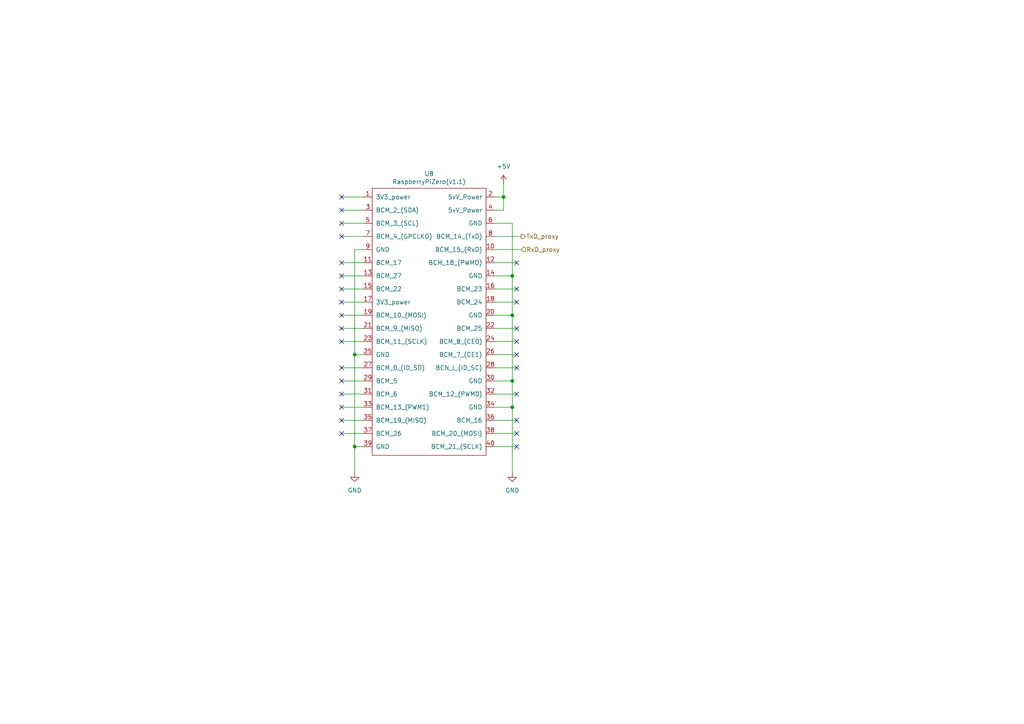
<source format=kicad_sch>
(kicad_sch
	(version 20231120)
	(generator "eeschema")
	(generator_version "8.0")
	(uuid "9f12411c-8ff1-43f2-ab0b-5d143ad78516")
	(paper "A4")
	(lib_symbols
		(symbol "SilverSat_symbols:RaspberryPiZero(v1.1)"
			(pin_names
				(offset 1.016)
			)
			(exclude_from_sim no)
			(in_bom yes)
			(on_board yes)
			(property "Reference" "U1"
				(at 3.81 1.651 0)
				(effects
					(font
						(size 1.27 1.27)
					)
				)
			)
			(property "Value" "RaspberryPiZero(v1.1)"
				(at 3.81 -0.6604 0)
				(effects
					(font
						(size 1.27 1.27)
					)
				)
			)
			(property "Footprint" "Module:Raspberry_Pi_Zero_Socketed_THT_FaceDown_MountingHoles"
				(at 0 0 0)
				(effects
					(font
						(size 1.27 1.27)
					)
					(hide yes)
				)
			)
			(property "Datasheet" ""
				(at 0 0 0)
				(effects
					(font
						(size 1.27 1.27)
					)
					(hide yes)
				)
			)
			(property "Description" ""
				(at 0 0 0)
				(effects
					(font
						(size 1.27 1.27)
					)
					(hide yes)
				)
			)
			(symbol "RaspberryPiZero(v1.1)_0_1"
				(rectangle
					(start -12.7 -2.54)
					(end 20.32 -80.01)
					(stroke
						(width 0)
						(type default)
					)
					(fill
						(type none)
					)
				)
			)
			(symbol "RaspberryPiZero(v1.1)_1_1"
				(pin input line
					(at -15.24 -5.08 0)
					(length 2.54)
					(name "3V3_power"
						(effects
							(font
								(size 1.27 1.27)
							)
						)
					)
					(number "1"
						(effects
							(font
								(size 1.27 1.27)
							)
						)
					)
				)
				(pin input line
					(at 22.86 -20.32 180)
					(length 2.54)
					(name "BCM_15_(RxD)"
						(effects
							(font
								(size 1.27 1.27)
							)
						)
					)
					(number "10"
						(effects
							(font
								(size 1.27 1.27)
							)
						)
					)
				)
				(pin input line
					(at -15.24 -24.13 0)
					(length 2.54)
					(name "BCM_17"
						(effects
							(font
								(size 1.27 1.27)
							)
						)
					)
					(number "11"
						(effects
							(font
								(size 1.27 1.27)
							)
						)
					)
				)
				(pin input line
					(at 22.86 -24.13 180)
					(length 2.54)
					(name "BCM_18_(PWMO)"
						(effects
							(font
								(size 1.27 1.27)
							)
						)
					)
					(number "12"
						(effects
							(font
								(size 1.27 1.27)
							)
						)
					)
				)
				(pin input line
					(at -15.24 -27.94 0)
					(length 2.54)
					(name "BCM_27"
						(effects
							(font
								(size 1.27 1.27)
							)
						)
					)
					(number "13"
						(effects
							(font
								(size 1.27 1.27)
							)
						)
					)
				)
				(pin input line
					(at 22.86 -27.94 180)
					(length 2.54)
					(name "GND"
						(effects
							(font
								(size 1.27 1.27)
							)
						)
					)
					(number "14"
						(effects
							(font
								(size 1.27 1.27)
							)
						)
					)
				)
				(pin input line
					(at -15.24 -31.75 0)
					(length 2.54)
					(name "BCM_22"
						(effects
							(font
								(size 1.27 1.27)
							)
						)
					)
					(number "15"
						(effects
							(font
								(size 1.27 1.27)
							)
						)
					)
				)
				(pin input line
					(at 22.86 -31.75 180)
					(length 2.54)
					(name "BCM_23"
						(effects
							(font
								(size 1.27 1.27)
							)
						)
					)
					(number "16"
						(effects
							(font
								(size 1.27 1.27)
							)
						)
					)
				)
				(pin input line
					(at -15.24 -35.56 0)
					(length 2.54)
					(name "3V3_power"
						(effects
							(font
								(size 1.27 1.27)
							)
						)
					)
					(number "17"
						(effects
							(font
								(size 1.27 1.27)
							)
						)
					)
				)
				(pin input line
					(at 22.86 -35.56 180)
					(length 2.54)
					(name "BCM_24"
						(effects
							(font
								(size 1.27 1.27)
							)
						)
					)
					(number "18"
						(effects
							(font
								(size 1.27 1.27)
							)
						)
					)
				)
				(pin input line
					(at -15.24 -39.37 0)
					(length 2.54)
					(name "BCM_10_(MOSI)"
						(effects
							(font
								(size 1.27 1.27)
							)
						)
					)
					(number "19"
						(effects
							(font
								(size 1.27 1.27)
							)
						)
					)
				)
				(pin input line
					(at 22.86 -5.08 180)
					(length 2.54)
					(name "5vV_Power"
						(effects
							(font
								(size 1.27 1.27)
							)
						)
					)
					(number "2"
						(effects
							(font
								(size 1.27 1.27)
							)
						)
					)
				)
				(pin input line
					(at 22.86 -39.37 180)
					(length 2.54)
					(name "GND"
						(effects
							(font
								(size 1.27 1.27)
							)
						)
					)
					(number "20"
						(effects
							(font
								(size 1.27 1.27)
							)
						)
					)
				)
				(pin input line
					(at -15.24 -43.18 0)
					(length 2.54)
					(name "BCM_9_(MISO)"
						(effects
							(font
								(size 1.27 1.27)
							)
						)
					)
					(number "21"
						(effects
							(font
								(size 1.27 1.27)
							)
						)
					)
				)
				(pin input line
					(at 22.86 -43.18 180)
					(length 2.54)
					(name "BCM_25"
						(effects
							(font
								(size 1.27 1.27)
							)
						)
					)
					(number "22"
						(effects
							(font
								(size 1.27 1.27)
							)
						)
					)
				)
				(pin input line
					(at -15.24 -46.99 0)
					(length 2.54)
					(name "BCM_11_(SCLK)"
						(effects
							(font
								(size 1.27 1.27)
							)
						)
					)
					(number "23"
						(effects
							(font
								(size 1.27 1.27)
							)
						)
					)
				)
				(pin input line
					(at 22.86 -46.99 180)
					(length 2.54)
					(name "BCM_8_(CE0)"
						(effects
							(font
								(size 1.27 1.27)
							)
						)
					)
					(number "24"
						(effects
							(font
								(size 1.27 1.27)
							)
						)
					)
				)
				(pin input line
					(at -15.24 -50.8 0)
					(length 2.54)
					(name "GND"
						(effects
							(font
								(size 1.27 1.27)
							)
						)
					)
					(number "25"
						(effects
							(font
								(size 1.27 1.27)
							)
						)
					)
				)
				(pin input line
					(at 22.86 -50.8 180)
					(length 2.54)
					(name "BCM_7_(CE1)"
						(effects
							(font
								(size 1.27 1.27)
							)
						)
					)
					(number "26"
						(effects
							(font
								(size 1.27 1.27)
							)
						)
					)
				)
				(pin input line
					(at -15.24 -54.61 0)
					(length 2.54)
					(name "BCM_0_(ID_SD)"
						(effects
							(font
								(size 1.27 1.27)
							)
						)
					)
					(number "27"
						(effects
							(font
								(size 1.27 1.27)
							)
						)
					)
				)
				(pin input line
					(at 22.86 -54.61 180)
					(length 2.54)
					(name "BCN_l_(ID_SC)"
						(effects
							(font
								(size 1.27 1.27)
							)
						)
					)
					(number "28"
						(effects
							(font
								(size 1.27 1.27)
							)
						)
					)
				)
				(pin input line
					(at -15.24 -58.42 0)
					(length 2.54)
					(name "BCM_5"
						(effects
							(font
								(size 1.27 1.27)
							)
						)
					)
					(number "29"
						(effects
							(font
								(size 1.27 1.27)
							)
						)
					)
				)
				(pin input line
					(at -15.24 -8.89 0)
					(length 2.54)
					(name "BCM_2_(SDA)"
						(effects
							(font
								(size 1.27 1.27)
							)
						)
					)
					(number "3"
						(effects
							(font
								(size 1.27 1.27)
							)
						)
					)
				)
				(pin input line
					(at 22.86 -58.42 180)
					(length 2.54)
					(name "GND"
						(effects
							(font
								(size 1.27 1.27)
							)
						)
					)
					(number "30"
						(effects
							(font
								(size 1.27 1.27)
							)
						)
					)
				)
				(pin input line
					(at -15.24 -62.23 0)
					(length 2.54)
					(name "BCM_6"
						(effects
							(font
								(size 1.27 1.27)
							)
						)
					)
					(number "31"
						(effects
							(font
								(size 1.27 1.27)
							)
						)
					)
				)
				(pin input line
					(at 22.86 -62.23 180)
					(length 2.54)
					(name "BCM_12_(PWM0)"
						(effects
							(font
								(size 1.27 1.27)
							)
						)
					)
					(number "32"
						(effects
							(font
								(size 1.27 1.27)
							)
						)
					)
				)
				(pin input line
					(at -15.24 -66.04 0)
					(length 2.54)
					(name "BCM_13_(PWM1)"
						(effects
							(font
								(size 1.27 1.27)
							)
						)
					)
					(number "33"
						(effects
							(font
								(size 1.27 1.27)
							)
						)
					)
				)
				(pin input line
					(at 22.86 -66.04 180)
					(length 2.54)
					(name "GND"
						(effects
							(font
								(size 1.27 1.27)
							)
						)
					)
					(number "34"
						(effects
							(font
								(size 1.27 1.27)
							)
						)
					)
				)
				(pin input line
					(at -15.24 -69.85 0)
					(length 2.54)
					(name "BCM_19_(MISO)"
						(effects
							(font
								(size 1.27 1.27)
							)
						)
					)
					(number "35"
						(effects
							(font
								(size 1.27 1.27)
							)
						)
					)
				)
				(pin input line
					(at 22.86 -69.85 180)
					(length 2.54)
					(name "BCM_16"
						(effects
							(font
								(size 1.27 1.27)
							)
						)
					)
					(number "36"
						(effects
							(font
								(size 1.27 1.27)
							)
						)
					)
				)
				(pin input line
					(at -15.24 -73.66 0)
					(length 2.54)
					(name "BCM_26"
						(effects
							(font
								(size 1.27 1.27)
							)
						)
					)
					(number "37"
						(effects
							(font
								(size 1.27 1.27)
							)
						)
					)
				)
				(pin input line
					(at 22.86 -73.66 180)
					(length 2.54)
					(name "BCM_20_(MOSI)"
						(effects
							(font
								(size 1.27 1.27)
							)
						)
					)
					(number "38"
						(effects
							(font
								(size 1.27 1.27)
							)
						)
					)
				)
				(pin input line
					(at -15.24 -77.47 0)
					(length 2.54)
					(name "GND"
						(effects
							(font
								(size 1.27 1.27)
							)
						)
					)
					(number "39"
						(effects
							(font
								(size 1.27 1.27)
							)
						)
					)
				)
				(pin input line
					(at 22.86 -8.89 180)
					(length 2.54)
					(name "5vV_Power"
						(effects
							(font
								(size 1.27 1.27)
							)
						)
					)
					(number "4"
						(effects
							(font
								(size 1.27 1.27)
							)
						)
					)
				)
				(pin input line
					(at 22.86 -77.47 180)
					(length 2.54)
					(name "BCM_21_(SCLK)"
						(effects
							(font
								(size 1.27 1.27)
							)
						)
					)
					(number "40"
						(effects
							(font
								(size 1.27 1.27)
							)
						)
					)
				)
				(pin input line
					(at -15.24 -12.7 0)
					(length 2.54)
					(name "BCM_3_(SCL)"
						(effects
							(font
								(size 1.27 1.27)
							)
						)
					)
					(number "5"
						(effects
							(font
								(size 1.27 1.27)
							)
						)
					)
				)
				(pin input line
					(at 22.86 -12.7 180)
					(length 2.54)
					(name "GND"
						(effects
							(font
								(size 1.27 1.27)
							)
						)
					)
					(number "6"
						(effects
							(font
								(size 1.27 1.27)
							)
						)
					)
				)
				(pin input line
					(at -15.24 -16.51 0)
					(length 2.54)
					(name "BCM_4_(GPCLKO)"
						(effects
							(font
								(size 1.27 1.27)
							)
						)
					)
					(number "7"
						(effects
							(font
								(size 1.27 1.27)
							)
						)
					)
				)
				(pin input line
					(at 22.86 -16.51 180)
					(length 2.54)
					(name "BCM_14_(TxD)"
						(effects
							(font
								(size 1.27 1.27)
							)
						)
					)
					(number "8"
						(effects
							(font
								(size 1.27 1.27)
							)
						)
					)
				)
				(pin input line
					(at -15.24 -20.32 0)
					(length 2.54)
					(name "GND"
						(effects
							(font
								(size 1.27 1.27)
							)
						)
					)
					(number "9"
						(effects
							(font
								(size 1.27 1.27)
							)
						)
					)
				)
			)
		)
		(symbol "power:+5V"
			(power)
			(pin_numbers hide)
			(pin_names
				(offset 0) hide)
			(exclude_from_sim no)
			(in_bom yes)
			(on_board yes)
			(property "Reference" "#PWR"
				(at 0 -3.81 0)
				(effects
					(font
						(size 1.27 1.27)
					)
					(hide yes)
				)
			)
			(property "Value" "+5V"
				(at 0 3.556 0)
				(effects
					(font
						(size 1.27 1.27)
					)
				)
			)
			(property "Footprint" ""
				(at 0 0 0)
				(effects
					(font
						(size 1.27 1.27)
					)
					(hide yes)
				)
			)
			(property "Datasheet" ""
				(at 0 0 0)
				(effects
					(font
						(size 1.27 1.27)
					)
					(hide yes)
				)
			)
			(property "Description" "Power symbol creates a global label with name \"+5V\""
				(at 0 0 0)
				(effects
					(font
						(size 1.27 1.27)
					)
					(hide yes)
				)
			)
			(property "ki_keywords" "global power"
				(at 0 0 0)
				(effects
					(font
						(size 1.27 1.27)
					)
					(hide yes)
				)
			)
			(symbol "+5V_0_1"
				(polyline
					(pts
						(xy -0.762 1.27) (xy 0 2.54)
					)
					(stroke
						(width 0)
						(type default)
					)
					(fill
						(type none)
					)
				)
				(polyline
					(pts
						(xy 0 0) (xy 0 2.54)
					)
					(stroke
						(width 0)
						(type default)
					)
					(fill
						(type none)
					)
				)
				(polyline
					(pts
						(xy 0 2.54) (xy 0.762 1.27)
					)
					(stroke
						(width 0)
						(type default)
					)
					(fill
						(type none)
					)
				)
			)
			(symbol "+5V_1_1"
				(pin power_in line
					(at 0 0 90)
					(length 0)
					(name "~"
						(effects
							(font
								(size 1.27 1.27)
							)
						)
					)
					(number "1"
						(effects
							(font
								(size 1.27 1.27)
							)
						)
					)
				)
			)
		)
		(symbol "power:GND"
			(power)
			(pin_numbers hide)
			(pin_names
				(offset 0) hide)
			(exclude_from_sim no)
			(in_bom yes)
			(on_board yes)
			(property "Reference" "#PWR"
				(at 0 -6.35 0)
				(effects
					(font
						(size 1.27 1.27)
					)
					(hide yes)
				)
			)
			(property "Value" "GND"
				(at 0 -3.81 0)
				(effects
					(font
						(size 1.27 1.27)
					)
				)
			)
			(property "Footprint" ""
				(at 0 0 0)
				(effects
					(font
						(size 1.27 1.27)
					)
					(hide yes)
				)
			)
			(property "Datasheet" ""
				(at 0 0 0)
				(effects
					(font
						(size 1.27 1.27)
					)
					(hide yes)
				)
			)
			(property "Description" "Power symbol creates a global label with name \"GND\" , ground"
				(at 0 0 0)
				(effects
					(font
						(size 1.27 1.27)
					)
					(hide yes)
				)
			)
			(property "ki_keywords" "global power"
				(at 0 0 0)
				(effects
					(font
						(size 1.27 1.27)
					)
					(hide yes)
				)
			)
			(symbol "GND_0_1"
				(polyline
					(pts
						(xy 0 0) (xy 0 -1.27) (xy 1.27 -1.27) (xy 0 -2.54) (xy -1.27 -1.27) (xy 0 -1.27)
					)
					(stroke
						(width 0)
						(type default)
					)
					(fill
						(type none)
					)
				)
			)
			(symbol "GND_1_1"
				(pin power_in line
					(at 0 0 270)
					(length 0)
					(name "~"
						(effects
							(font
								(size 1.27 1.27)
							)
						)
					)
					(number "1"
						(effects
							(font
								(size 1.27 1.27)
							)
						)
					)
				)
			)
		)
	)
	(junction
		(at 102.87 129.54)
		(diameter 0)
		(color 0 0 0 0)
		(uuid "1e45414b-39cb-4cb4-a076-6e9fcd7748d3")
	)
	(junction
		(at 148.59 118.11)
		(diameter 0)
		(color 0 0 0 0)
		(uuid "8a998ba4-3680-408a-ae58-096c2541ce28")
	)
	(junction
		(at 146.05 57.15)
		(diameter 0)
		(color 0 0 0 0)
		(uuid "94f3b0df-6927-4a50-b671-b95f73c502d2")
	)
	(junction
		(at 148.59 110.49)
		(diameter 0)
		(color 0 0 0 0)
		(uuid "d10e616a-c7d1-45f9-ba81-3d9d384b5761")
	)
	(junction
		(at 148.59 91.44)
		(diameter 0)
		(color 0 0 0 0)
		(uuid "d9fd9141-4588-4f7a-95ed-e5ec903ce22c")
	)
	(junction
		(at 148.59 80.01)
		(diameter 0)
		(color 0 0 0 0)
		(uuid "ea7615e8-4f27-4eff-bd78-850e9ffaab30")
	)
	(junction
		(at 102.87 102.87)
		(diameter 0)
		(color 0 0 0 0)
		(uuid "f0d3ea0f-731d-432d-b024-82dda15a16ca")
	)
	(no_connect
		(at 149.86 129.54)
		(uuid "02f5d7e6-708f-4de8-bd2d-4994b37c6aab")
	)
	(no_connect
		(at 149.86 114.3)
		(uuid "0f5917cb-7ac1-4128-92c4-26b1623bde7e")
	)
	(no_connect
		(at 149.86 83.82)
		(uuid "0fe9cfea-822b-4113-92f9-cd5bbdda8565")
	)
	(no_connect
		(at 149.86 121.92)
		(uuid "23a2bc06-c1f7-4285-b2c1-88a7c525ef88")
	)
	(no_connect
		(at 149.86 76.2)
		(uuid "286f3071-bdac-4879-8589-d983f1641e5c")
	)
	(no_connect
		(at 149.86 106.68)
		(uuid "2be6e399-d52c-4cc9-9e4b-79787a187462")
	)
	(no_connect
		(at 99.06 57.15)
		(uuid "2de1ccde-2748-4727-a04a-a61196bfd109")
	)
	(no_connect
		(at 99.06 121.92)
		(uuid "4b4f97ec-0b49-4f01-bc3c-ca96a38db49e")
	)
	(no_connect
		(at 149.86 102.87)
		(uuid "4be85d4c-bed8-4414-b7b2-37c052f0dacf")
	)
	(no_connect
		(at 149.86 99.06)
		(uuid "4ff67dd2-4bf3-4394-8247-d8a9e617af28")
	)
	(no_connect
		(at 99.06 106.68)
		(uuid "5ceb2a74-494e-439d-9f32-7f6a59de6965")
	)
	(no_connect
		(at 99.06 60.96)
		(uuid "602feda4-286f-47c9-be19-5a12252bf4a0")
	)
	(no_connect
		(at 149.86 95.25)
		(uuid "73aeb01b-29ce-4a68-a03f-76fd2b35b230")
	)
	(no_connect
		(at 99.06 91.44)
		(uuid "7f14f8ac-ae8e-402d-b845-90878564555e")
	)
	(no_connect
		(at 99.06 80.01)
		(uuid "9244a3a7-4e78-4360-9678-6701782a1fe8")
	)
	(no_connect
		(at 99.06 68.58)
		(uuid "9f294d5a-a86d-49b7-9cf9-baa23eaa0ece")
	)
	(no_connect
		(at 99.06 76.2)
		(uuid "a6786e17-15a9-42c0-8187-4de2ce2408a4")
	)
	(no_connect
		(at 99.06 110.49)
		(uuid "be2292f2-33cf-4f58-aefd-ed28734771aa")
	)
	(no_connect
		(at 99.06 87.63)
		(uuid "c79b81e8-d0c6-4fe6-ae1c-33007718fb31")
	)
	(no_connect
		(at 149.86 87.63)
		(uuid "cb0592bb-7d7a-4b94-98f2-4b847263fc23")
	)
	(no_connect
		(at 99.06 83.82)
		(uuid "d0783f92-ae42-4d22-83c9-dd0acadea40b")
	)
	(no_connect
		(at 99.06 118.11)
		(uuid "d112a865-ad42-4f99-a202-e21998a4e6a7")
	)
	(no_connect
		(at 99.06 95.25)
		(uuid "d1ba7d1b-5961-41f3-be13-2e00bdec6b66")
	)
	(no_connect
		(at 99.06 99.06)
		(uuid "d4f5e152-cef6-4bfa-8409-928caaef7bde")
	)
	(no_connect
		(at 99.06 125.73)
		(uuid "d95a7330-37eb-44a0-8c50-de8fa423d97a")
	)
	(no_connect
		(at 99.06 64.77)
		(uuid "e500a86e-a8fd-4482-a840-d323feacd637")
	)
	(no_connect
		(at 99.06 114.3)
		(uuid "f71561cd-fd5a-4ce2-831d-8f84fc946644")
	)
	(no_connect
		(at 149.86 125.73)
		(uuid "f7c1d0ae-6a17-44b9-9e18-1678ff215d16")
	)
	(wire
		(pts
			(xy 143.51 121.92) (xy 149.86 121.92)
		)
		(stroke
			(width 0)
			(type default)
		)
		(uuid "084f8d08-45c5-4e2a-b86d-0e0bf98bc718")
	)
	(wire
		(pts
			(xy 143.51 114.3) (xy 149.86 114.3)
		)
		(stroke
			(width 0)
			(type default)
		)
		(uuid "0ac24c01-5dd7-47b2-bf22-a64413676ece")
	)
	(wire
		(pts
			(xy 102.87 129.54) (xy 105.41 129.54)
		)
		(stroke
			(width 0)
			(type default)
		)
		(uuid "12f05aae-048e-48da-baa5-21aa1cb8bcdf")
	)
	(wire
		(pts
			(xy 105.41 57.15) (xy 99.06 57.15)
		)
		(stroke
			(width 0)
			(type default)
		)
		(uuid "1d890de7-e97a-44d4-b2e5-f8cd1cefc682")
	)
	(wire
		(pts
			(xy 143.51 76.2) (xy 149.86 76.2)
		)
		(stroke
			(width 0)
			(type default)
		)
		(uuid "22dbb43c-7b7f-47c7-88af-6f3920fa172e")
	)
	(wire
		(pts
			(xy 105.41 80.01) (xy 99.06 80.01)
		)
		(stroke
			(width 0)
			(type default)
		)
		(uuid "2f4fb59b-a3b5-4da8-9431-4c25cab94011")
	)
	(wire
		(pts
			(xy 146.05 57.15) (xy 146.05 53.34)
		)
		(stroke
			(width 0)
			(type default)
		)
		(uuid "33d1730a-1e43-4a59-b9aa-508f4ec619df")
	)
	(wire
		(pts
			(xy 148.59 110.49) (xy 148.59 91.44)
		)
		(stroke
			(width 0)
			(type default)
		)
		(uuid "35ff88a5-35de-4bf5-9924-d181b459ff4c")
	)
	(wire
		(pts
			(xy 102.87 129.54) (xy 102.87 102.87)
		)
		(stroke
			(width 0)
			(type default)
		)
		(uuid "3859995d-e553-49d5-8988-f8419c3aa801")
	)
	(wire
		(pts
			(xy 143.51 110.49) (xy 148.59 110.49)
		)
		(stroke
			(width 0)
			(type default)
		)
		(uuid "3f62a619-3f8b-4a2b-bb86-0a882742fcc6")
	)
	(wire
		(pts
			(xy 143.51 95.25) (xy 149.86 95.25)
		)
		(stroke
			(width 0)
			(type default)
		)
		(uuid "4fce5f12-81e7-4332-a234-a68e6b443d95")
	)
	(wire
		(pts
			(xy 146.05 60.96) (xy 143.51 60.96)
		)
		(stroke
			(width 0)
			(type default)
		)
		(uuid "53304815-1c6a-4033-9433-c377275632e1")
	)
	(wire
		(pts
			(xy 143.51 125.73) (xy 149.86 125.73)
		)
		(stroke
			(width 0)
			(type default)
		)
		(uuid "5e8f0e1b-53fb-46ec-94b5-8a9dbce603d8")
	)
	(wire
		(pts
			(xy 105.41 91.44) (xy 99.06 91.44)
		)
		(stroke
			(width 0)
			(type default)
		)
		(uuid "605b5fc8-6a86-4e28-bcc1-6ac50726d93e")
	)
	(wire
		(pts
			(xy 105.41 114.3) (xy 99.06 114.3)
		)
		(stroke
			(width 0)
			(type default)
		)
		(uuid "62904c65-14a8-41c4-a88d-cb5e69907c40")
	)
	(wire
		(pts
			(xy 105.41 95.25) (xy 99.06 95.25)
		)
		(stroke
			(width 0)
			(type default)
		)
		(uuid "63539ab4-4a20-4f6d-8cfa-b9a65fad2bbf")
	)
	(wire
		(pts
			(xy 148.59 118.11) (xy 148.59 137.16)
		)
		(stroke
			(width 0)
			(type default)
		)
		(uuid "63a8d315-9a5a-402e-a5dc-9a5a3f8f3d15")
	)
	(wire
		(pts
			(xy 143.51 72.39) (xy 151.13 72.39)
		)
		(stroke
			(width 0)
			(type default)
		)
		(uuid "665ad438-f5a2-4882-afae-c6a33e610779")
	)
	(wire
		(pts
			(xy 102.87 102.87) (xy 102.87 72.39)
		)
		(stroke
			(width 0)
			(type default)
		)
		(uuid "78e36aec-15d5-4c0f-8a49-168ad6a95851")
	)
	(wire
		(pts
			(xy 105.41 99.06) (xy 99.06 99.06)
		)
		(stroke
			(width 0)
			(type default)
		)
		(uuid "7b44468a-2443-4232-97cf-fa152e43b521")
	)
	(wire
		(pts
			(xy 105.41 110.49) (xy 99.06 110.49)
		)
		(stroke
			(width 0)
			(type default)
		)
		(uuid "7d317f73-6702-43c7-8e25-69c7755ed002")
	)
	(wire
		(pts
			(xy 102.87 137.16) (xy 102.87 129.54)
		)
		(stroke
			(width 0)
			(type default)
		)
		(uuid "7e2e1c3a-13cc-4bc8-9070-1e28e8c385c7")
	)
	(wire
		(pts
			(xy 102.87 102.87) (xy 105.41 102.87)
		)
		(stroke
			(width 0)
			(type default)
		)
		(uuid "8068fad2-119d-4c26-a4c2-3f83df1f3e2d")
	)
	(wire
		(pts
			(xy 143.51 68.58) (xy 151.13 68.58)
		)
		(stroke
			(width 0)
			(type default)
		)
		(uuid "8ef38dbc-dcfa-48cd-9b8f-6d3f339bc498")
	)
	(wire
		(pts
			(xy 143.51 57.15) (xy 146.05 57.15)
		)
		(stroke
			(width 0)
			(type default)
		)
		(uuid "8ff649ca-3934-4ad1-9379-a2a6de09b241")
	)
	(wire
		(pts
			(xy 105.41 121.92) (xy 99.06 121.92)
		)
		(stroke
			(width 0)
			(type default)
		)
		(uuid "91af0006-fe2f-408b-ba86-0351936aa35c")
	)
	(wire
		(pts
			(xy 105.41 87.63) (xy 99.06 87.63)
		)
		(stroke
			(width 0)
			(type default)
		)
		(uuid "97700d16-ab9a-40de-90a4-d23eddbab58e")
	)
	(wire
		(pts
			(xy 148.59 91.44) (xy 148.59 80.01)
		)
		(stroke
			(width 0)
			(type default)
		)
		(uuid "977e05ef-b4da-4cb5-af83-8b1ae0ab106f")
	)
	(wire
		(pts
			(xy 105.41 64.77) (xy 99.06 64.77)
		)
		(stroke
			(width 0)
			(type default)
		)
		(uuid "97e237d5-6178-43c0-8a83-ac0c07a42fc6")
	)
	(wire
		(pts
			(xy 148.59 80.01) (xy 148.59 64.77)
		)
		(stroke
			(width 0)
			(type default)
		)
		(uuid "9a517ff0-0eab-4810-a134-7c41f44759db")
	)
	(wire
		(pts
			(xy 148.59 110.49) (xy 148.59 118.11)
		)
		(stroke
			(width 0)
			(type default)
		)
		(uuid "9bfe35ae-e7b4-452f-8ace-428ee39ae493")
	)
	(wire
		(pts
			(xy 143.51 118.11) (xy 148.59 118.11)
		)
		(stroke
			(width 0)
			(type default)
		)
		(uuid "a4436d5e-cf82-437d-8124-1ad6eaf20dd5")
	)
	(wire
		(pts
			(xy 143.51 129.54) (xy 149.86 129.54)
		)
		(stroke
			(width 0)
			(type default)
		)
		(uuid "a5920f3b-5a29-47e7-b03d-693952eacd31")
	)
	(wire
		(pts
			(xy 105.41 68.58) (xy 99.06 68.58)
		)
		(stroke
			(width 0)
			(type default)
		)
		(uuid "b0580242-0243-49fe-9678-8817441a4746")
	)
	(wire
		(pts
			(xy 143.51 80.01) (xy 148.59 80.01)
		)
		(stroke
			(width 0)
			(type default)
		)
		(uuid "bee18c76-68be-41f0-9089-d8b5dd7e3681")
	)
	(wire
		(pts
			(xy 143.51 106.68) (xy 149.86 106.68)
		)
		(stroke
			(width 0)
			(type default)
		)
		(uuid "c60651c3-cd0b-4992-a1a7-a0270afe49d7")
	)
	(wire
		(pts
			(xy 105.41 118.11) (xy 99.06 118.11)
		)
		(stroke
			(width 0)
			(type default)
		)
		(uuid "c70b7b42-c413-4ff3-8792-7f92a59e0c01")
	)
	(wire
		(pts
			(xy 143.51 83.82) (xy 149.86 83.82)
		)
		(stroke
			(width 0)
			(type default)
		)
		(uuid "cbbc39f0-d510-4b69-ab9a-6b056efa4b67")
	)
	(wire
		(pts
			(xy 143.51 102.87) (xy 149.86 102.87)
		)
		(stroke
			(width 0)
			(type default)
		)
		(uuid "cc5302cc-7887-460f-8c60-cad5c543b7e5")
	)
	(wire
		(pts
			(xy 105.41 125.73) (xy 99.06 125.73)
		)
		(stroke
			(width 0)
			(type default)
		)
		(uuid "d6032258-5be8-4d44-a3a7-4ef9f33b877c")
	)
	(wire
		(pts
			(xy 105.41 106.68) (xy 99.06 106.68)
		)
		(stroke
			(width 0)
			(type default)
		)
		(uuid "d94005b7-b6b7-4025-925d-ff4df80cbd15")
	)
	(wire
		(pts
			(xy 148.59 64.77) (xy 143.51 64.77)
		)
		(stroke
			(width 0)
			(type default)
		)
		(uuid "e0dac2c0-4e03-4cc3-933a-81672e8d937f")
	)
	(wire
		(pts
			(xy 105.41 83.82) (xy 99.06 83.82)
		)
		(stroke
			(width 0)
			(type default)
		)
		(uuid "e67407cf-d6f0-4cca-93b2-b7a9d79c3eff")
	)
	(wire
		(pts
			(xy 146.05 57.15) (xy 146.05 60.96)
		)
		(stroke
			(width 0)
			(type default)
		)
		(uuid "e7f14cff-2d1f-407c-b839-0f78a4622100")
	)
	(wire
		(pts
			(xy 143.51 87.63) (xy 149.86 87.63)
		)
		(stroke
			(width 0)
			(type default)
		)
		(uuid "f42d80f3-4237-4cdd-8bbf-86622ba1bd57")
	)
	(wire
		(pts
			(xy 105.41 60.96) (xy 99.06 60.96)
		)
		(stroke
			(width 0)
			(type default)
		)
		(uuid "f86d2cb0-fd0e-49d4-b28a-179f0faf29eb")
	)
	(wire
		(pts
			(xy 143.51 99.06) (xy 149.86 99.06)
		)
		(stroke
			(width 0)
			(type default)
		)
		(uuid "f8f41584-849c-4bb7-aaad-3999ec0eff72")
	)
	(wire
		(pts
			(xy 143.51 91.44) (xy 148.59 91.44)
		)
		(stroke
			(width 0)
			(type default)
		)
		(uuid "f9da8800-3a81-41fe-a407-4f8507abcef2")
	)
	(wire
		(pts
			(xy 102.87 72.39) (xy 105.41 72.39)
		)
		(stroke
			(width 0)
			(type default)
		)
		(uuid "fad64534-6c31-400c-b4ad-80aa98745258")
	)
	(wire
		(pts
			(xy 105.41 76.2) (xy 99.06 76.2)
		)
		(stroke
			(width 0)
			(type default)
		)
		(uuid "fc335e82-4848-4455-b1c9-97882456e7e0")
	)
	(hierarchical_label "TxD_proxy"
		(shape output)
		(at 151.13 68.58 0)
		(fields_autoplaced yes)
		(effects
			(font
				(size 1.27 1.27)
			)
			(justify left)
		)
		(uuid "6cf5a6bb-436a-4d2d-8a24-bdd01a14ad92")
	)
	(hierarchical_label "RxD_proxy"
		(shape input)
		(at 151.13 72.39 0)
		(fields_autoplaced yes)
		(effects
			(font
				(size 1.27 1.27)
			)
			(justify left)
		)
		(uuid "7f27962e-141b-4967-abad-27642798fec2")
	)
	(symbol
		(lib_id "power:+5V")
		(at 146.05 53.34 0)
		(unit 1)
		(exclude_from_sim no)
		(in_bom yes)
		(on_board yes)
		(dnp no)
		(fields_autoplaced yes)
		(uuid "1590f6f2-0b48-498d-b891-e007b1101ae9")
		(property "Reference" "#PWR012"
			(at 146.05 57.15 0)
			(effects
				(font
					(size 1.27 1.27)
				)
				(hide yes)
			)
		)
		(property "Value" "+5V"
			(at 146.05 48.26 0)
			(effects
				(font
					(size 1.27 1.27)
				)
			)
		)
		(property "Footprint" ""
			(at 146.05 53.34 0)
			(effects
				(font
					(size 1.27 1.27)
				)
				(hide yes)
			)
		)
		(property "Datasheet" ""
			(at 146.05 53.34 0)
			(effects
				(font
					(size 1.27 1.27)
				)
				(hide yes)
			)
		)
		(property "Description" "Power symbol creates a global label with name \"+5V\""
			(at 146.05 53.34 0)
			(effects
				(font
					(size 1.27 1.27)
				)
				(hide yes)
			)
		)
		(pin "1"
			(uuid "756888cc-1f37-409c-ae9b-b36f600fec34")
		)
		(instances
			(project "SilverSat_Ground_Station"
				(path "/46cfd089-6873-4d8b-89af-02ff30e49472/ebe9cd21-3bc1-4d4f-a2de-8a76cec16466"
					(reference "#PWR012")
					(unit 1)
				)
			)
		)
	)
	(symbol
		(lib_id "power:GND")
		(at 102.87 137.16 0)
		(unit 1)
		(exclude_from_sim no)
		(in_bom yes)
		(on_board yes)
		(dnp no)
		(fields_autoplaced yes)
		(uuid "6cfb82c7-eb26-4ad1-ae25-47408be8b2e4")
		(property "Reference" "#PWR024"
			(at 102.87 143.51 0)
			(effects
				(font
					(size 1.27 1.27)
				)
				(hide yes)
			)
		)
		(property "Value" "GND"
			(at 102.87 142.24 0)
			(effects
				(font
					(size 1.27 1.27)
				)
			)
		)
		(property "Footprint" ""
			(at 102.87 137.16 0)
			(effects
				(font
					(size 1.27 1.27)
				)
				(hide yes)
			)
		)
		(property "Datasheet" ""
			(at 102.87 137.16 0)
			(effects
				(font
					(size 1.27 1.27)
				)
				(hide yes)
			)
		)
		(property "Description" "Power symbol creates a global label with name \"GND\" , ground"
			(at 102.87 137.16 0)
			(effects
				(font
					(size 1.27 1.27)
				)
				(hide yes)
			)
		)
		(pin "1"
			(uuid "93f23969-23ec-41c3-8c62-9b319301f8bb")
		)
		(instances
			(project "SilverSat_Ground_Station"
				(path "/46cfd089-6873-4d8b-89af-02ff30e49472/ebe9cd21-3bc1-4d4f-a2de-8a76cec16466"
					(reference "#PWR024")
					(unit 1)
				)
			)
		)
	)
	(symbol
		(lib_id "SilverSat_symbols:RaspberryPiZero(v1.1)")
		(at 120.65 52.07 0)
		(unit 1)
		(exclude_from_sim no)
		(in_bom yes)
		(on_board yes)
		(dnp no)
		(uuid "a781a805-74d1-4de2-8fc0-dcbcd4d80172")
		(property "Reference" "U8"
			(at 124.46 50.419 0)
			(effects
				(font
					(size 1.27 1.27)
				)
			)
		)
		(property "Value" "RaspberryPiZero(v1.1)"
			(at 124.46 52.7304 0)
			(effects
				(font
					(size 1.27 1.27)
				)
			)
		)
		(property "Footprint" "Module:Raspberry_Pi_Zero_Socketed_THT_FaceDown_MountingHoles"
			(at 120.65 52.07 0)
			(effects
				(font
					(size 1.27 1.27)
				)
				(hide yes)
			)
		)
		(property "Datasheet" ""
			(at 120.65 52.07 0)
			(effects
				(font
					(size 1.27 1.27)
				)
				(hide yes)
			)
		)
		(property "Description" ""
			(at 120.65 52.07 0)
			(effects
				(font
					(size 1.27 1.27)
				)
				(hide yes)
			)
		)
		(pin "1"
			(uuid "c5c4a4f2-828d-47e5-8a8c-80d8dcc13cb3")
		)
		(pin "10"
			(uuid "c2d9f438-62b6-4cf8-b377-8d1cffa8dfd6")
		)
		(pin "11"
			(uuid "901486d4-ae0b-4556-9407-5d440395a3f5")
		)
		(pin "12"
			(uuid "613809d2-6f51-4ee8-bfcc-697deadd4d10")
		)
		(pin "13"
			(uuid "35219290-aff9-482e-b1ab-bb79d330fecb")
		)
		(pin "14"
			(uuid "1f8f5ae2-03f5-4ebd-8755-0881daff2d6b")
		)
		(pin "15"
			(uuid "1328c2eb-f29c-41ea-84d1-10cb4aaeb7d8")
		)
		(pin "16"
			(uuid "4c3cae47-cbfc-4105-8149-a6d6854887ca")
		)
		(pin "17"
			(uuid "e69c2d5c-44b8-4b27-90f1-8b3bded26c4b")
		)
		(pin "18"
			(uuid "d845d7b8-e6bc-4434-b507-8d3ef36aa35a")
		)
		(pin "19"
			(uuid "03025878-c2cf-4b55-9122-a2bb1c977c60")
		)
		(pin "2"
			(uuid "8dba6bbf-ff00-4a26-b7e3-859fb95572a6")
		)
		(pin "20"
			(uuid "fa783567-78ca-47ed-a142-e184e2dfbc7a")
		)
		(pin "21"
			(uuid "2589a9a6-1ff3-4ef7-b1ee-be192b2d7a3d")
		)
		(pin "22"
			(uuid "7337842b-1436-49e5-92c9-e77a8fa3f289")
		)
		(pin "23"
			(uuid "8cb18b3c-1423-4600-93e9-a6b6955def8f")
		)
		(pin "24"
			(uuid "e76ac514-96f9-4700-9df0-f5116f5330c2")
		)
		(pin "25"
			(uuid "b3b19047-7c77-4d79-9bf9-05d1ac769052")
		)
		(pin "26"
			(uuid "c08668dc-802b-414d-bb57-f986f045d25f")
		)
		(pin "27"
			(uuid "3732e083-3241-4159-8072-6c43f9fbae77")
		)
		(pin "28"
			(uuid "4684b498-29c5-4329-9987-91eedde115bb")
		)
		(pin "29"
			(uuid "64a26438-5628-4cbf-9715-a440aa9de2da")
		)
		(pin "3"
			(uuid "5dbd1227-078b-4226-b729-0568b8a83ea3")
		)
		(pin "30"
			(uuid "98b80414-4d39-4404-8f32-7027055cb17e")
		)
		(pin "31"
			(uuid "5b3f7199-5013-41e7-a577-e2023b450e3a")
		)
		(pin "32"
			(uuid "3143d930-5058-4199-96c9-fdb2bf335426")
		)
		(pin "33"
			(uuid "b5750004-81bb-4ddc-b834-04ad166fccff")
		)
		(pin "34"
			(uuid "719c1353-30fb-4c80-a689-7d04d927f3f0")
		)
		(pin "35"
			(uuid "f70ec8c3-e579-42b4-8e27-e55191552928")
		)
		(pin "36"
			(uuid "82bd027e-c5d2-4194-aaa0-a65c4e11ce57")
		)
		(pin "37"
			(uuid "e07fafbb-df4c-4ae8-ae9b-bf0829be3409")
		)
		(pin "38"
			(uuid "5190b509-95f3-4dc4-bc36-0991661df6be")
		)
		(pin "39"
			(uuid "5e5d4ae9-70a2-459e-ad59-4bfe9824bdc4")
		)
		(pin "4"
			(uuid "c14f5c35-910a-4fe5-a5b4-07faed264ccc")
		)
		(pin "40"
			(uuid "25def6cc-cea9-4842-942c-b8df5eccc3ba")
		)
		(pin "5"
			(uuid "86fb4c11-b5c8-4663-af8a-cc0c3fe6fde4")
		)
		(pin "6"
			(uuid "dfbcea09-8ea8-4697-90d8-b71a5ffa4392")
		)
		(pin "7"
			(uuid "e294d883-bda1-4e38-9967-c33a4b09416a")
		)
		(pin "8"
			(uuid "04f6e5a8-fc80-40dd-855e-19c63c2f0677")
		)
		(pin "9"
			(uuid "e4ab58fb-5fc4-4828-8899-145fbbed8f22")
		)
		(instances
			(project "SilverSat_Ground_Station"
				(path "/46cfd089-6873-4d8b-89af-02ff30e49472/ebe9cd21-3bc1-4d4f-a2de-8a76cec16466"
					(reference "U8")
					(unit 1)
				)
			)
		)
	)
	(symbol
		(lib_id "power:GND")
		(at 148.59 137.16 0)
		(unit 1)
		(exclude_from_sim no)
		(in_bom yes)
		(on_board yes)
		(dnp no)
		(fields_autoplaced yes)
		(uuid "dfa9e2da-7aa6-4596-851d-4f8e6c8332b2")
		(property "Reference" "#PWR022"
			(at 148.59 143.51 0)
			(effects
				(font
					(size 1.27 1.27)
				)
				(hide yes)
			)
		)
		(property "Value" "GND"
			(at 148.59 142.24 0)
			(effects
				(font
					(size 1.27 1.27)
				)
			)
		)
		(property "Footprint" ""
			(at 148.59 137.16 0)
			(effects
				(font
					(size 1.27 1.27)
				)
				(hide yes)
			)
		)
		(property "Datasheet" ""
			(at 148.59 137.16 0)
			(effects
				(font
					(size 1.27 1.27)
				)
				(hide yes)
			)
		)
		(property "Description" "Power symbol creates a global label with name \"GND\" , ground"
			(at 148.59 137.16 0)
			(effects
				(font
					(size 1.27 1.27)
				)
				(hide yes)
			)
		)
		(pin "1"
			(uuid "13ae7a6b-d87c-4eb9-918a-c02662e1612f")
		)
		(instances
			(project "SilverSat_Ground_Station"
				(path "/46cfd089-6873-4d8b-89af-02ff30e49472/ebe9cd21-3bc1-4d4f-a2de-8a76cec16466"
					(reference "#PWR022")
					(unit 1)
				)
			)
		)
	)
)

</source>
